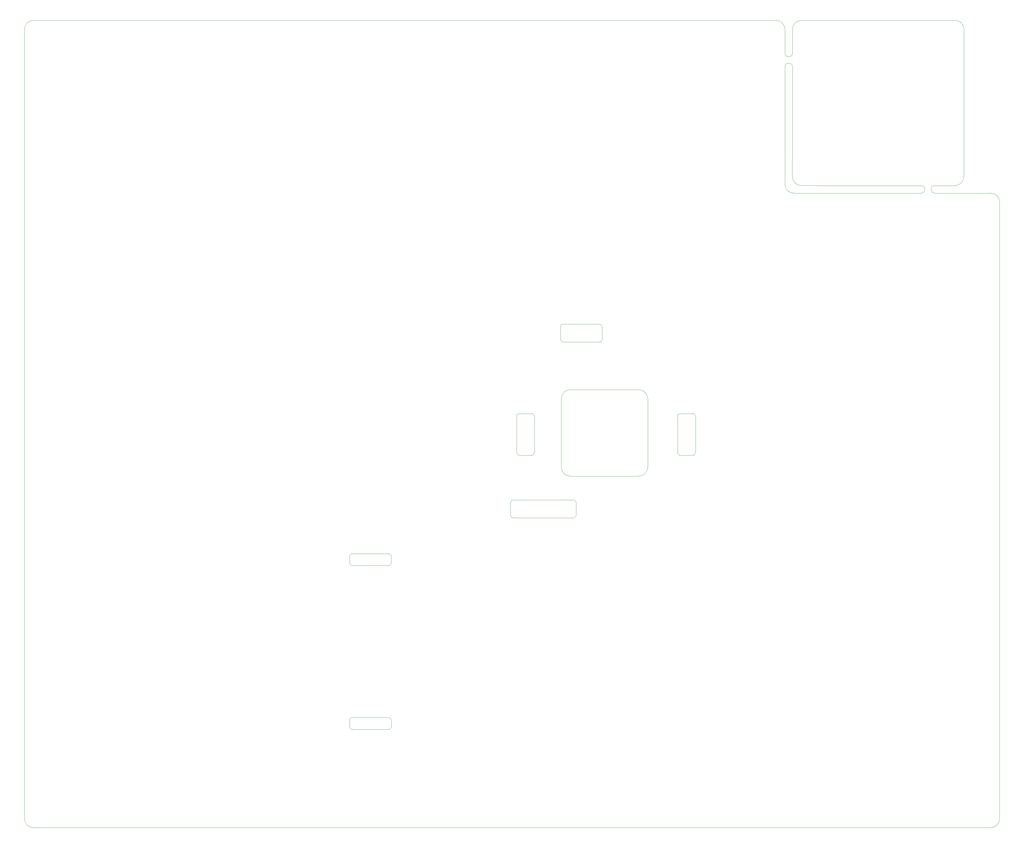
<source format=gbr>
%TF.GenerationSoftware,KiCad,Pcbnew,(7.0.0)*%
%TF.CreationDate,2023-04-25T15:08:02+02:00*%
%TF.ProjectId,EGSE,45475345-2e6b-4696-9361-645f70636258,rev?*%
%TF.SameCoordinates,Original*%
%TF.FileFunction,Profile,NP*%
%FSLAX46Y46*%
G04 Gerber Fmt 4.6, Leading zero omitted, Abs format (unit mm)*
G04 Created by KiCad (PCBNEW (7.0.0)) date 2023-04-25 15:08:02*
%MOMM*%
%LPD*%
G01*
G04 APERTURE LIST*
%TA.AperFunction,Profile*%
%ADD10C,0.100000*%
%TD*%
G04 APERTURE END LIST*
D10*
X317000000Y-220002233D02*
G75*
G03*
X318000033Y-219002233I0J1000033D01*
G01*
X303000000Y-185000000D02*
X299000000Y-185000000D01*
X242000000Y-288000000D02*
X242000000Y-290000000D01*
X460000000Y-321000000D02*
X460000000Y-114000000D01*
X391000000Y-111000000D02*
X404310400Y-110998000D01*
X136000000Y-53000000D02*
G75*
G03*
X133000000Y-56000000I0J-3000000D01*
G01*
X297003306Y-214000013D02*
G75*
G03*
X296003306Y-215000000I-13J-999987D01*
G01*
X460000000Y-114000000D02*
G75*
G03*
X457000000Y-111000000I-3000000J0D01*
G01*
X390484520Y-105447680D02*
G75*
G03*
X393484520Y-108447680I2999980J-20D01*
G01*
X353000000Y-185000000D02*
G75*
G03*
X352000000Y-186000000I0J-1000000D01*
G01*
X448000000Y-55464050D02*
X447999613Y-105464050D01*
X312741378Y-156000000D02*
X312741378Y-160000000D01*
X242000000Y-233000000D02*
X242000000Y-235000000D01*
X357000000Y-185000000D02*
X353000000Y-185000000D01*
X438321000Y-108458000D02*
X444999613Y-108464050D01*
X317006613Y-214000000D02*
X297003306Y-214000000D01*
X255000000Y-236000000D02*
G75*
G03*
X256000000Y-235000000I0J1000000D01*
G01*
X438321000Y-110998000D02*
X457000000Y-111000000D01*
X255000000Y-287000000D02*
X243000000Y-287000000D01*
X299000000Y-199000000D02*
X303000000Y-199000000D01*
X256000000Y-235000000D02*
X256000000Y-233000000D01*
X456998762Y-324000000D02*
G75*
G03*
X459999999Y-321000000I-762J3002000D01*
G01*
X358000000Y-198000000D02*
X358000000Y-186000000D01*
X404310400Y-108458000D02*
X393484520Y-108447680D01*
X312741400Y-160000000D02*
G75*
G03*
X313741378Y-161000000I1000000J0D01*
G01*
X393542576Y-53033853D02*
X445000000Y-53000000D01*
X358000000Y-186000000D02*
G75*
G03*
X357000000Y-185000000I-1000000J0D01*
G01*
X316000000Y-206000000D02*
X339000000Y-206000000D01*
X326741378Y-160000000D02*
X326741378Y-156000000D01*
X352000000Y-198000000D02*
G75*
G03*
X353000000Y-199000000I1000000J0D01*
G01*
X256000000Y-233000000D02*
G75*
G03*
X255000000Y-232000000I-1000000J0D01*
G01*
X304000000Y-198000000D02*
X304000000Y-186000000D01*
X318000000Y-219002233D02*
X318006613Y-214974046D01*
X388000000Y-56000000D02*
G75*
G03*
X385000000Y-53000000I-3000000J0D01*
G01*
X313741378Y-161000000D02*
X325741378Y-161000000D01*
X325741378Y-160999978D02*
G75*
G03*
X326741378Y-160000000I22J999978D01*
G01*
X313000000Y-180000000D02*
X313000000Y-203000000D01*
X133000000Y-321000000D02*
X133000000Y-56000000D01*
X295996690Y-219000000D02*
G75*
G03*
X297003307Y-219997764I997803J0D01*
G01*
X298000000Y-198000000D02*
G75*
G03*
X299000000Y-199000000I1000000J0D01*
G01*
X243000000Y-291000000D02*
X255000000Y-291000000D01*
X342000000Y-180000000D02*
G75*
G03*
X339000000Y-177000000I-3000000J0D01*
G01*
X390534902Y-68629454D02*
X390540581Y-93009300D01*
X390540581Y-93009300D02*
X390484520Y-105447680D01*
X133000000Y-321000000D02*
G75*
G03*
X136000000Y-324000000I3000000J0D01*
G01*
X256000000Y-290000000D02*
X256000000Y-288000000D01*
X352000000Y-186000000D02*
X352000000Y-198000000D01*
X388000000Y-104000000D02*
X388000000Y-105000000D01*
X342000000Y-203000000D02*
X342000000Y-180000000D01*
X136000000Y-324000000D02*
X456998762Y-324000000D01*
X388000000Y-56000000D02*
X387994902Y-63969454D01*
X303000000Y-199000000D02*
G75*
G03*
X304000000Y-198000000I0J1000000D01*
G01*
X388000000Y-104000000D02*
X388000581Y-93009300D01*
X325741378Y-155000000D02*
X313741378Y-155000000D01*
X304000000Y-186000000D02*
G75*
G03*
X303000000Y-185000000I-1000000J0D01*
G01*
X448000012Y-55464048D02*
G75*
G03*
X445000000Y-53000000I-2943912J-525952D01*
G01*
X256000000Y-288000000D02*
G75*
G03*
X255000000Y-287000000I-1000000J0D01*
G01*
X353000000Y-199000000D02*
X357000000Y-199000000D01*
X242000000Y-290000000D02*
G75*
G03*
X243000000Y-291000000I1000000J0D01*
G01*
X404310400Y-110998000D02*
X433661000Y-110998000D01*
X255000000Y-232000000D02*
X243000000Y-232000000D01*
X297003307Y-219997766D02*
X317000000Y-220002233D01*
X242000000Y-235000000D02*
G75*
G03*
X243000000Y-236000000I1000000J0D01*
G01*
X243000000Y-287000000D02*
G75*
G03*
X242000000Y-288000000I0J-1000000D01*
G01*
X339000000Y-206000000D02*
G75*
G03*
X342000000Y-203000000I0J3000000D01*
G01*
X339000000Y-177000000D02*
X316000000Y-177000000D01*
X390534902Y-63969454D02*
X390525000Y-55854600D01*
X387994902Y-68629454D02*
X388000581Y-93009300D01*
X388000000Y-105000000D02*
X388000000Y-108000000D01*
X388000000Y-108000000D02*
G75*
G03*
X391000000Y-111000000I3000000J0D01*
G01*
X313000000Y-203000000D02*
G75*
G03*
X316000000Y-206000000I3000000J0D01*
G01*
X404310400Y-108458000D02*
X433661000Y-108458000D01*
X357000000Y-199000000D02*
G75*
G03*
X358000000Y-198000000I0J1000000D01*
G01*
X444999613Y-108464013D02*
G75*
G03*
X447999613Y-105464050I-13J3000013D01*
G01*
X393542576Y-53033833D02*
G75*
G03*
X390525000Y-55854600I24J-3024467D01*
G01*
X243000000Y-232000000D02*
G75*
G03*
X242000000Y-233000000I0J-1000000D01*
G01*
X243000000Y-236000000D02*
X255000000Y-236000000D01*
X255000000Y-291000000D02*
G75*
G03*
X256000000Y-290000000I0J1000000D01*
G01*
X298000000Y-186000000D02*
X298000000Y-198000000D01*
X326741400Y-156000000D02*
G75*
G03*
X325741378Y-155000000I-1000000J0D01*
G01*
X316000000Y-177000000D02*
G75*
G03*
X313000000Y-180000000I0J-3000000D01*
G01*
X313741378Y-154999978D02*
G75*
G03*
X312741378Y-156000000I22J-1000022D01*
G01*
X299000000Y-185000000D02*
G75*
G03*
X298000000Y-186000000I0J-1000000D01*
G01*
X136000000Y-53000000D02*
X385000000Y-53000000D01*
X296003306Y-215000000D02*
X295996693Y-219000000D01*
X318006612Y-214974046D02*
G75*
G03*
X317006613Y-213999943I-1000012J-26254D01*
G01*
%TO.C,mouse-bite-2.54mm-slot*%
X438321000Y-108458000D02*
G75*
G03*
X438321000Y-110998000I0J-1270000D01*
G01*
X433661000Y-110998000D02*
G75*
G03*
X433661000Y-108458000I0J1270000D01*
G01*
X390534902Y-68629454D02*
G75*
G03*
X387994902Y-68629454I-1270000J0D01*
G01*
X387994902Y-63969454D02*
G75*
G03*
X390534902Y-63969454I1270000J0D01*
G01*
%TD*%
M02*

</source>
